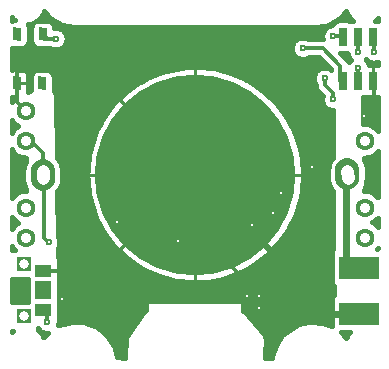
<source format=gbr>
G04 DipTrace 3.2.0.1*
G04 Íèæíèé.gbr*
%MOIN*%
G04 #@! TF.FileFunction,Copper,L2,Bot*
G04 #@! TF.Part,Single*
%AMOUTLINE3*
4,1,4,
0.014735,-0.029542,
-0.014794,-0.029513,
-0.014735,0.029542,
0.014794,0.029513,
0.014735,-0.029542,
0*%
%AMOUTLINE15*
4,1,16,
-0.041319,-0.011881,
-0.037196,-0.02981,
-0.025701,-0.044175,
-0.009112,-0.052129,
0.009286,-0.052097,
0.025848,-0.044088,
0.037294,-0.029685,
0.041358,-0.011741,
0.041319,0.011881,
0.037196,0.02981,
0.025701,0.044175,
0.009112,0.052129,
-0.009286,0.052097,
-0.025848,0.044088,
-0.037294,0.029685,
-0.041358,0.011741,
-0.041319,-0.011881,
0*%
%AMOUTLINE18*
4,1,4,
0.013953,0.021542,
0.013606,-0.021762,
-0.013953,-0.021542,
-0.013606,0.021762,
0.013953,0.021542,
0*%
%ADD15C,0.011811*%
%ADD33C,0.035433*%
%ADD34C,0.031496*%
%ADD35C,0.043307*%
G04 #@! TA.AperFunction,CopperBalancing*
%ADD10C,0.009843*%
G04 #@! TA.AperFunction,ViaPad*
%ADD18C,0.023622*%
G04 #@! TA.AperFunction,CopperBalancing*
%ADD19C,0.015748*%
%ADD21R,0.133858X0.074803*%
G04 #@! TA.AperFunction,ComponentPad*
%ADD22C,0.062992*%
%ADD23C,0.062992*%
%ADD26R,0.047244X0.047244*%
%ADD27R,0.055118X0.059055*%
%ADD28R,0.055118X0.043307*%
%ADD29C,0.669291*%
%ADD63OUTLINE3*%
G04 #@! TA.AperFunction,ComponentPad*
%ADD75OUTLINE15*%
%ADD78OUTLINE18*%
%FSLAX26Y26*%
G04*
G70*
G90*
G75*
G01*
G04 Bottom*
%LPD*%
X431534Y320801D2*
D15*
Y299218D1*
X458748Y272004D1*
Y251669D1*
X458940Y251478D1*
X460089Y461832D2*
X491634D1*
X493378Y460088D1*
X358621Y420598D2*
X426852D1*
X484462Y362988D1*
Y311663D1*
X493232D1*
X543394Y409802D2*
Y470272D1*
X540545Y473121D1*
Y462871D1*
X543378Y460038D1*
X543906Y356911D2*
Y312286D1*
X543234Y311614D1*
X545906Y-310280D2*
D18*
X504348D1*
Y20499D1*
X507873Y16974D1*
Y852D1*
X595969Y409114D2*
D15*
Y457400D1*
X593379Y459990D1*
X562346Y194765D2*
Y234257D1*
X594685Y266596D1*
Y310112D1*
X593232Y311564D1*
X190810Y-166601D2*
X166601D1*
X0Y0D1*
X545906Y-463823D2*
D18*
X444560D1*
X413043Y-432306D1*
Y-413043D1*
X0Y0D1*
X-594156Y304475D2*
D15*
Y358948D1*
X-567193Y385911D1*
X-385911D1*
X0Y0D1*
X-594156Y304475D2*
Y241400D1*
X-564961Y212205D1*
X-505906Y-320866D2*
X-442453D1*
X-320866D1*
X0Y0D1*
X-442453Y-415308D2*
Y-320866D1*
X212079Y-445255D2*
Y-404841D1*
Y-397900D1*
X106852Y-292673D1*
Y-106852D1*
X0Y0D1*
X-261619Y-157328D2*
X-157328D1*
X0Y0D1*
X-57104Y-221948D2*
Y-57104D1*
X0Y0D1*
X212615Y-405378D2*
X212079Y-404841D1*
X-492345Y-492186D2*
Y-464348D1*
X-505906Y-450787D1*
X-464615Y453630D2*
X-494657D1*
X-508206Y467178D1*
X-507873Y-850D2*
Y72979D1*
X-547098Y112205D1*
X-563386D1*
X-488348Y-225747D2*
X-489604D1*
X-504472Y-210878D1*
Y-4251D1*
X-507873Y-850D1*
D18*
X460089Y461832D3*
X-464615Y453630D3*
X-492345Y-492186D3*
X-261619Y-157328D3*
X-57104Y-221948D3*
X543394Y409802D3*
X595969Y409114D3*
X358621Y420598D3*
X543906Y356911D3*
X-488348Y-225747D3*
X562346Y194765D3*
X-442453Y-415308D3*
X212079Y-445255D3*
X190810Y-166601D3*
X260055Y-128097D3*
X284731Y-60507D3*
X388848Y25268D3*
X212615Y-405378D3*
X173818Y-405744D3*
X458940Y251478D3*
X431534Y320801D3*
X-506940Y535235D2*
D19*
X-498228D1*
X496690D2*
X506920D1*
X-518320Y519618D2*
X-481761D1*
X480020D2*
X518301D1*
X-473844Y504001D2*
X-454602D1*
X-553076Y488385D2*
X-547627D1*
X-453421D2*
X434117D1*
X-553199Y472768D2*
X-547783D1*
X-432475D2*
X424151D1*
X-553323Y457151D2*
X-547887D1*
X-427154D2*
X422766D1*
X-553845Y441534D2*
X-547634D1*
X-429060D2*
X327694D1*
X-564210Y425917D2*
X-537864D1*
X-439949D2*
X321388D1*
X-610039Y410301D2*
X322496D1*
X-610039Y394684D2*
X331970D1*
X496997D2*
X509073D1*
X-610039Y379067D2*
X424151D1*
X-610039Y363450D2*
X439776D1*
X-568025Y347833D2*
X-534295D1*
X-484917D2*
X-89997D1*
X90009D2*
X406096D1*
X-555168Y332217D2*
X-548013D1*
X-470738D2*
X-137365D1*
X137377D2*
X395761D1*
X-554461Y316600D2*
X-548990D1*
X-469815D2*
X-170614D1*
X170594D2*
X394131D1*
X-554583Y300983D2*
X-549164D1*
X-469937D2*
X-197066D1*
X197077D2*
X399790D1*
X-554706Y285366D2*
X-549280D1*
X-470060D2*
X-219243D1*
X219223D2*
X403173D1*
X-463756Y269749D2*
X-238312D1*
X238293D2*
X416769D1*
X-610039Y254133D2*
X-603264D1*
X-460833D2*
X-255014D1*
X254995D2*
X421413D1*
X561005D2*
X607898D1*
X-460680Y238516D2*
X-269747D1*
X269759D2*
X423720D1*
X561159D2*
X607898D1*
X-460495Y222899D2*
X-282850D1*
X282861D2*
X435378D1*
X561312D2*
X607867D1*
X-460341Y207282D2*
X-294568D1*
X294550D2*
X456508D1*
X561497D2*
X607867D1*
X-460188Y191665D2*
X-304996D1*
X305007D2*
X456539D1*
X561651D2*
X607867D1*
X-460003Y176049D2*
X-314315D1*
X314327D2*
X456600D1*
X561835D2*
X607837D1*
X-610039Y160432D2*
X-592920D1*
X-459849D2*
X-322619D1*
X322631D2*
X456631D1*
X594500D2*
X607837D1*
X-459664Y144815D2*
X-329971D1*
X329951D2*
X456661D1*
X-459510Y129198D2*
X-336399D1*
X336411D2*
X456723D1*
X-459327Y113581D2*
X-342028D1*
X342039D2*
X456755D1*
X-459172Y97965D2*
X-346857D1*
X346837D2*
X456785D1*
X-458988Y82348D2*
X-350886D1*
X350898D2*
X456846D1*
X-610039Y66731D2*
X-597196D1*
X-458835D2*
X-354209D1*
X354219D2*
X456877D1*
X598776D2*
X607776D1*
X-610039Y51114D2*
X-564807D1*
X-455759D2*
X-356823D1*
X356803D2*
X454386D1*
X563157D2*
X607776D1*
X-610039Y35497D2*
X-570067D1*
X-445762D2*
X-358698D1*
X358710D2*
X445251D1*
X570417D2*
X607776D1*
X-610039Y19881D2*
X-573635D1*
X-442133D2*
X-359929D1*
X359909D2*
X441714D1*
X574016D2*
X607776D1*
X-610039Y4264D2*
X-575050D1*
X-440718D2*
X-360451D1*
X360433D2*
X440698D1*
X575030D2*
X607744D1*
X-610039Y-11353D2*
X-575018D1*
X-440686D2*
X-360298D1*
X360280D2*
X440730D1*
X575062D2*
X607744D1*
X-610039Y-26970D2*
X-572374D1*
X-443332D2*
X-359467D1*
X359449D2*
X443774D1*
X572016D2*
X607744D1*
X-610039Y-42587D2*
X-567760D1*
X-447946D2*
X-357929D1*
X357941D2*
X449034D1*
X566726D2*
X607714D1*
X-610039Y-58203D2*
X-587537D1*
X-457480D2*
X-355715D1*
X355727D2*
X457215D1*
X587549D2*
X607714D1*
X-457327Y-73820D2*
X-352793D1*
X352804D2*
X457247D1*
X-457173Y-89437D2*
X-349164D1*
X349144D2*
X457307D1*
X-456988Y-105054D2*
X-344765D1*
X344747D2*
X457339D1*
X-456835Y-120671D2*
X-339567D1*
X339579D2*
X457400D1*
X-456650Y-136287D2*
X-333600D1*
X333581D2*
X457430D1*
X-610039Y-151904D2*
X-603142D1*
X-456496D2*
X-326741D1*
X326753D2*
X457462D1*
X-610039Y-167521D2*
X-601236D1*
X-456312D2*
X-318991D1*
X318971D2*
X457524D1*
X-456157Y-183138D2*
X-310224D1*
X310236D2*
X457554D1*
X-455974Y-198755D2*
X-300412D1*
X300424D2*
X457584D1*
X-452559Y-214371D2*
X-289402D1*
X289413D2*
X457646D1*
X-450961Y-229988D2*
X-277098D1*
X277110D2*
X457677D1*
X-455482Y-245605D2*
X-263287D1*
X263269D2*
X457707D1*
X-455328Y-261222D2*
X-247693D1*
X247675D2*
X453155D1*
X-452529Y-276839D2*
X-229976D1*
X229988D2*
X453155D1*
X-452529Y-292455D2*
X-209615D1*
X209596D2*
X453155D1*
X-452529Y-308072D2*
X-185685D1*
X185697D2*
X453155D1*
X-452529Y-323689D2*
X-156589D1*
X156600D2*
X453155D1*
X-452529Y-339306D2*
X-118541D1*
X118522D2*
X453155D1*
X-610039Y-354923D2*
X-559302D1*
X-452529D2*
X-54841D1*
X54853D2*
X453155D1*
X-610039Y-370539D2*
X-559302D1*
X-452529D2*
X453155D1*
X-610039Y-386156D2*
X-559302D1*
X-452529D2*
X461337D1*
X-610039Y-401773D2*
X-559302D1*
X-452529D2*
X461337D1*
X-610039Y-417390D2*
X-559302D1*
X-452529D2*
X453155D1*
X-452529Y-433007D2*
X-163816D1*
X162168D2*
X453155D1*
X-452529Y-448623D2*
X-163816D1*
X162168D2*
X453155D1*
X-452529Y-464240D2*
X-177381D1*
X174224D2*
X453155D1*
X-452529Y-479857D2*
X-188546D1*
X187635D2*
X453155D1*
X-452529Y-495474D2*
X-426612D1*
X-357056D2*
X-199681D1*
X201076D2*
X356945D1*
X429823D2*
X453155D1*
X-321807Y-511091D2*
X-210845D1*
X214487D2*
X320220D1*
X-512199Y-526707D2*
X-504346D1*
X-303353D2*
X-222010D1*
X227898D2*
X299643D1*
X490108D2*
X512180D1*
X-287420Y-542324D2*
X-231976D1*
X236079D2*
X284479D1*
X-276471Y-557941D2*
X-233483D1*
X236017D2*
X273929D1*
X-266535Y-573558D2*
X-233730D1*
X235710D2*
X265840D1*
X-262722Y-589175D2*
X-233975D1*
X235402D2*
X259319D1*
X-258877Y-604791D2*
X-234222D1*
X235063D2*
X255535D1*
X462904Y-371933D2*
X454724D1*
Y-248626D1*
X459307D1*
X458778Y-52919D1*
X450610Y-42577D1*
X448727Y-39272D1*
X447382Y-35703D1*
X442566Y-14593D1*
X442289Y-3196D1*
X442335Y14455D1*
X444601Y25630D1*
X447419Y37734D1*
X448831Y41268D1*
X450781Y44543D1*
X458500Y54319D1*
X458056Y215412D1*
X453299Y215858D1*
X447797Y217180D1*
X442568Y219345D1*
X437743Y222302D1*
X433440Y225978D1*
X429765Y230280D1*
X426808Y235105D1*
X424642Y240333D1*
X423322Y245836D1*
X422877Y251478D1*
X423322Y257119D1*
X424869Y263234D1*
X408601Y279633D1*
X405820Y283461D1*
X403672Y287677D1*
X402209Y292178D1*
X401469Y296852D1*
X401377Y299228D1*
X400785Y301957D1*
X398215Y306999D1*
X396467Y312381D1*
X395581Y317971D1*
Y323630D1*
X396467Y329219D1*
X398215Y334601D1*
X400785Y339643D1*
X404112Y344220D1*
X408113Y348223D1*
X412690Y351549D1*
X417734Y354118D1*
X423115Y355866D1*
X428705Y356752D1*
X434364D1*
X439953Y355866D1*
X445335Y354118D1*
X450377Y351549D1*
X454303Y348736D1*
X452001Y352799D1*
X414354Y390448D1*
X378408Y390441D1*
X372423Y387281D1*
X367039Y385533D1*
X361450Y384647D1*
X355791D1*
X350202Y385533D1*
X344820Y387281D1*
X339778Y389850D1*
X335201Y393176D1*
X331198Y397178D1*
X327873Y401756D1*
X325303Y406798D1*
X323555Y412180D1*
X322669Y417769D1*
Y423428D1*
X323555Y429017D1*
X325303Y434400D1*
X327873Y439442D1*
X331198Y444020D1*
X335201Y448021D1*
X339778Y451348D1*
X344820Y453917D1*
X350202Y455665D1*
X355791Y456551D1*
X361450D1*
X367039Y455665D1*
X372423Y453917D1*
X377465Y451348D1*
X378356Y450752D1*
X425768Y450756D1*
X424470Y456190D1*
X424026Y461832D1*
X424470Y467474D1*
X425791Y472976D1*
X427957Y478205D1*
X430913Y483029D1*
X434589Y487332D1*
X438892Y491008D1*
X443717Y493965D1*
X448945Y496130D1*
X454448Y497451D1*
X455732Y497604D1*
X457978Y502322D1*
X460217Y505399D1*
X462911Y508087D1*
X465992Y510320D1*
X469385Y512045D1*
X473004Y513218D1*
X476764Y513810D1*
X508196Y513853D1*
X511990Y513551D1*
X515689Y512659D1*
X517482Y511995D1*
X519385D1*
X523004Y513168D1*
X524881Y513538D1*
X523276Y516490D1*
X516490Y523276D1*
X510849Y531039D1*
X506492Y539589D1*
X504224Y546243D1*
X485919Y524320D1*
X471402Y515297D1*
X444234Y498777D1*
X434710Y497020D1*
X396492Y490924D1*
X-399041Y491021D1*
X-443050Y498457D1*
X-451306Y503020D1*
X-483664Y521795D1*
X-504930Y543815D1*
X-508503Y535228D1*
X-513517Y527046D1*
X-519749Y519749D1*
X-527046Y513517D1*
X-529122Y512066D1*
X-525415Y512924D1*
X-521618Y513192D1*
X-492157Y512882D1*
X-488403Y512256D1*
X-484794Y511051D1*
X-481416Y509297D1*
X-478356Y507035D1*
X-475686Y504323D1*
X-473474Y501226D1*
X-471774Y497822D1*
X-470627Y494193D1*
X-470062Y490423D1*
X-467445Y489581D1*
X-461786D1*
X-456197Y488697D1*
X-450815Y486948D1*
X-445773Y484379D1*
X-441194Y481052D1*
X-437193Y477051D1*
X-433866Y472472D1*
X-431298Y467430D1*
X-429549Y462049D1*
X-428664Y456459D1*
Y450801D1*
X-429549Y445211D1*
X-431298Y439829D1*
X-433866Y434787D1*
X-437193Y430209D1*
X-441194Y426207D1*
X-445773Y422881D1*
X-450815Y420312D1*
X-456197Y418563D1*
X-461786Y417678D1*
X-467445D1*
X-473034Y418563D1*
X-478416Y420312D1*
X-483458Y422881D1*
X-484314Y423453D1*
X-489127Y421790D1*
X-492890Y421224D1*
X-522353Y421386D1*
X-526144Y421714D1*
X-529837Y422633D1*
X-533341Y424117D1*
X-536571Y426131D1*
X-539444Y428626D1*
X-541892Y431539D1*
X-543854Y434799D1*
X-545283Y438327D1*
X-546142Y442034D1*
X-546409Y445831D1*
X-545974Y491037D1*
X-545348Y494791D1*
X-544143Y498400D1*
X-542388Y501778D1*
X-540127Y504839D1*
X-538818Y506231D1*
X-539589Y506492D1*
X-548715Y503528D1*
X-558176Y502028D1*
X-556417Y498499D1*
X-555270Y494870D1*
X-554705Y491108D1*
X-554992Y445899D1*
X-555320Y442108D1*
X-556239Y438415D1*
X-557723Y434911D1*
X-559738Y431681D1*
X-562232Y428807D1*
X-565146Y426360D1*
X-568406Y424398D1*
X-571933Y422969D1*
X-575640Y422110D1*
X-579437Y421843D1*
X-608898Y422152D1*
X-610794Y422392D1*
X-611630Y417080D1*
Y350181D1*
X-607568Y350488D1*
X-577168Y350079D1*
X-572567Y349035D1*
X-568256Y347122D1*
X-564396Y344411D1*
X-561135Y341003D1*
X-558594Y337028D1*
X-556873Y332636D1*
X-556031Y327995D1*
X-556066Y311651D1*
X-556528Y279379D1*
X-557630Y274787D1*
X-553807Y277929D1*
X-550562Y279917D1*
X-548825Y280717D1*
X-547718Y282450D1*
X-547281Y327656D1*
X-546655Y331411D1*
X-545450Y335020D1*
X-543696Y338398D1*
X-541434Y341458D1*
X-538722Y344127D1*
X-535625Y346340D1*
X-532220Y348039D1*
X-528592Y349186D1*
X-524829Y349752D1*
X-495366Y349592D1*
X-491575Y349262D1*
X-487882Y348344D1*
X-484378Y346860D1*
X-481148Y344845D1*
X-478274Y342350D1*
X-475827Y339437D1*
X-473865Y336177D1*
X-472436Y332650D1*
X-471577Y328942D1*
X-471310Y325139D1*
X-471745Y279940D1*
X-471986Y278043D1*
X-468274Y274059D1*
X-466038Y270980D1*
X-464310Y267589D1*
X-463134Y263970D1*
X-462538Y260203D1*
X-460280Y54810D1*
X-450610Y42580D1*
X-448727Y39273D1*
X-447382Y35705D1*
X-442566Y14594D1*
X-442289Y3197D1*
X-442333Y-14454D1*
X-444601Y-25629D1*
X-447419Y-37732D1*
X-448829Y-41266D1*
X-450781Y-44542D1*
X-459113Y-55088D1*
X-457471Y-207109D1*
X-455030Y-211946D1*
X-453281Y-217328D1*
X-452396Y-222917D1*
Y-228576D1*
X-453281Y-234165D1*
X-455030Y-239547D1*
X-457075Y-243654D1*
X-456753Y-274087D1*
X-455354Y-274961D1*
X-454094D1*
Y-496693D1*
X-456585D1*
X-457684Y-502042D1*
X-455346Y-500554D1*
X-453571Y-500025D1*
X-408541Y-492871D1*
X-365839Y-492744D1*
X-364054Y-493240D1*
X-325871Y-509112D1*
X-306836Y-525092D1*
X-292555Y-537302D1*
X-268871Y-571235D1*
X-266425Y-580458D1*
X-259297Y-609524D1*
X-232265Y-609606D1*
X-232665Y-605340D1*
X-231671Y-548083D1*
X-231014Y-544335D1*
X-229781Y-540735D1*
X-227995Y-537366D1*
X-172894Y-460293D1*
X-170224Y-457580D1*
X-167164Y-455319D1*
X-162227Y-452566D1*
X-162130Y-427711D1*
X-161369Y-425369D1*
X-159921Y-423375D1*
X-157928Y-421928D1*
X-155585Y-421167D1*
X-130731Y-421070D1*
X153966Y-421167D1*
X156308Y-421928D1*
X158302Y-423375D1*
X159749Y-425369D1*
X160510Y-427711D1*
X160608Y-453765D1*
X164948Y-456274D1*
X167846Y-458751D1*
X229196Y-530055D1*
X231370Y-533178D1*
X233029Y-536604D1*
X234131Y-540245D1*
X234651Y-544016D1*
X233475Y-605875D1*
X233098Y-609671D1*
X238483Y-610639D1*
X256231Y-610678D1*
X258738Y-594445D1*
X271639Y-563655D1*
X291130Y-535001D1*
X318205Y-512940D1*
X346407Y-499190D1*
X377525Y-489783D1*
X387087Y-490354D1*
X422052Y-493227D1*
X454744Y-505329D1*
X454724Y-402169D1*
X462924D1*
X462920Y-371950D1*
X514701Y-525476D2*
X487535Y-525651D1*
X504235Y-546050D1*
X506492Y-539589D1*
X510849Y-531039D1*
X514760Y-525470D1*
X-599306Y513807D2*
X-606235Y519749D1*
X-611619Y525971D1*
X-611630Y513303D1*
X-608165Y513810D1*
X-599341Y513814D1*
X609622Y523437D2*
X606235Y519749D1*
X599248Y513761D1*
X608205Y513755D1*
X609617Y514556D1*
X609622Y523433D1*
X-611619Y-525971D2*
X-606757Y-520314D1*
X-611605Y-520315D1*
X-522986Y-516757D2*
X-516490Y-523276D1*
X-510849Y-531039D1*
X-506492Y-539589D1*
X-505551Y-542140D1*
X-504541Y-540904D1*
X-491262Y-528227D1*
X-495175Y-528138D1*
X-500764Y-527253D1*
X-506146Y-525504D1*
X-511188Y-522936D1*
X-515766Y-519609D1*
X-519768Y-515608D1*
X-522990Y-511185D1*
X507505Y406294D2*
X483798Y406318D1*
X507394Y382575D1*
X510176Y378745D1*
X512327Y374521D1*
X516483Y380332D1*
X519144Y383094D1*
X515971Y386381D1*
X512644Y390959D1*
X510076Y396001D1*
X508327Y401383D1*
X507521Y406302D1*
X607912Y257770D2*
X575571Y257970D1*
X570963Y258980D1*
X569476Y259516D1*
X567227Y259657D1*
X563606Y258484D1*
X559840Y257892D1*
X559420Y253881D1*
X560344Y167732D1*
X564961Y167953D1*
X573681Y167266D1*
X582188Y165224D1*
X590270Y161877D1*
X597728Y157306D1*
X604381Y151625D1*
X609416Y145791D1*
X609472Y257820D1*
X608236Y257772D1*
X578970Y365358D2*
X609331Y365294D1*
X609539Y375685D1*
X604387Y374047D1*
X598798Y373163D1*
X593139D1*
X587550Y374047D1*
X582168Y375797D1*
X577126Y378365D1*
X572547Y381692D1*
X569379Y384791D1*
X568155Y383618D1*
X571328Y380332D1*
X574655Y375753D1*
X577223Y370711D1*
X578963Y365361D1*
X609192Y-245713D2*
X606547Y-248622D1*
X590339Y-159476D2*
X595664Y-162310D1*
X602741Y-167451D1*
X608927Y-173636D1*
X609234Y-174026D1*
X609244Y-143693D1*
X604381Y-149262D1*
X597728Y-154944D1*
X590374Y-159455D1*
X562722Y-54182D2*
X569335Y-54266D1*
X577975Y-55635D1*
X586294Y-58339D1*
X594089Y-62310D1*
X601167Y-67451D1*
X607352Y-73636D1*
X609283Y-75995D1*
X609370Y78503D1*
X604381Y72785D1*
X597728Y67104D1*
X590270Y62533D1*
X582188Y59185D1*
X573681Y57143D1*
X564961Y56457D1*
X561526Y56592D1*
X561619Y48768D1*
X565135Y44282D1*
X567018Y40975D1*
X568364Y37407D1*
X573180Y16297D1*
X573457Y4899D1*
X573412Y-12752D1*
X571144Y-23927D1*
X568327Y-36030D1*
X566916Y-39564D1*
X564965Y-42840D1*
X562723Y-54142D1*
X-600558Y-251340D2*
X-605777Y-246049D1*
X-610919Y-238971D1*
X-611629Y-237702D1*
X-611630Y-251319D1*
X-600623Y-251339D1*
X-611629Y-181983D2*
X-608487Y-177075D1*
X-602806Y-170423D1*
X-596154Y-164741D1*
X-588799Y-160230D1*
X-594089Y-157375D1*
X-601167Y-152234D1*
X-607352Y-146049D1*
X-611629Y-140265D1*
X-611630Y-181929D1*
X-611629Y-79420D2*
X-607352Y-73636D1*
X-601167Y-67451D1*
X-594089Y-62310D1*
X-586294Y-58339D1*
X-577975Y-55635D1*
X-569335Y-54266D1*
X-562962Y-54173D1*
X-562983Y-47062D1*
X-566142Y-42664D1*
X-567760Y-39219D1*
X-570469Y-28423D1*
X-573180Y-16295D1*
X-573457Y-4898D1*
X-573411Y12753D1*
X-571144Y23928D1*
X-568327Y36031D1*
X-566915Y39566D1*
X-564965Y42841D1*
X-563244Y49857D1*
X-563386Y56457D1*
X-572106Y57143D1*
X-580613Y59185D1*
X-588696Y62533D1*
X-596154Y67104D1*
X-602806Y72785D1*
X-608487Y79437D1*
X-611629Y84345D1*
X-611630Y-79322D1*
X-611629Y140064D2*
X-608487Y144972D1*
X-602806Y151625D1*
X-596154Y157306D1*
X-588799Y161818D1*
X-593997Y164615D1*
X-599177Y168193D1*
X-603923Y172332D1*
X-608169Y176979D1*
X-611631Y181722D1*
X-611630Y140167D1*
X-611627Y242694D2*
X-607592Y248127D1*
X-603269Y252706D1*
X-598458Y256766D1*
X-595894Y258584D1*
X-611151Y258873D1*
X-611630Y251726D1*
Y242714D1*
X-557718Y-347087D2*
X-611605D1*
X-611630Y-424547D1*
X-557686Y-424567D1*
X-557717Y-347056D1*
X358894Y-1575D2*
X358400Y-18888D1*
X357071Y-36159D1*
X354911Y-53345D1*
X351924Y-70407D1*
X348117Y-87304D1*
X343500Y-103999D1*
X338081Y-120450D1*
X331877Y-136622D1*
X324898Y-152475D1*
X317163Y-167974D1*
X308689Y-183080D1*
X299496Y-197761D1*
X289606Y-211980D1*
X279041Y-225706D1*
X267827Y-238907D1*
X255988Y-251551D1*
X243552Y-263609D1*
X230550Y-275052D1*
X217012Y-285856D1*
X202966Y-295993D1*
X188449Y-305441D1*
X173492Y-314178D1*
X158133Y-322182D1*
X142403Y-329437D1*
X126343Y-335924D1*
X109988Y-341629D1*
X93377Y-346538D1*
X76549Y-350639D1*
X59542Y-353924D1*
X42396Y-356385D1*
X25152Y-358016D1*
X7849Y-358812D1*
X-9472Y-358773D1*
X-26772Y-357898D1*
X-44008Y-356189D1*
X-61142Y-353651D1*
X-78134Y-350289D1*
X-94944Y-346112D1*
X-111533Y-341127D1*
X-127861Y-335349D1*
X-143892Y-328790D1*
X-159588Y-321465D1*
X-174912Y-313390D1*
X-189829Y-304585D1*
X-204303Y-295072D1*
X-218302Y-284871D1*
X-231793Y-274007D1*
X-244743Y-262504D1*
X-257123Y-250390D1*
X-268904Y-237693D1*
X-280059Y-224442D1*
X-290562Y-210668D1*
X-300388Y-196404D1*
X-309514Y-181682D1*
X-317920Y-166537D1*
X-325584Y-151004D1*
X-332491Y-135119D1*
X-338623Y-118920D1*
X-343966Y-102444D1*
X-348508Y-85728D1*
X-352239Y-68814D1*
X-355148Y-51739D1*
X-357231Y-34543D1*
X-358482Y-17268D1*
X-358898Y49D1*
X-358478Y17365D1*
X-357222Y34640D1*
X-355135Y51836D1*
X-352220Y68909D1*
X-348486Y85823D1*
X-343938Y102537D1*
X-338591Y119012D1*
X-332454Y135210D1*
X-325543Y151093D1*
X-317874Y166623D1*
X-309465Y181766D1*
X-300335Y196486D1*
X-290505Y210747D1*
X-279999Y224518D1*
X-268840Y237766D1*
X-257055Y250461D1*
X-244672Y262571D1*
X-231718Y274070D1*
X-218224Y284930D1*
X-204223Y295127D1*
X-189745Y304638D1*
X-174827Y313437D1*
X-159500Y321508D1*
X-143803Y328828D1*
X-127770Y335385D1*
X-111440Y341157D1*
X-94849Y346138D1*
X-78038Y350311D1*
X-61046Y353668D1*
X-43911Y356201D1*
X-26673Y357906D1*
X-9374Y358776D1*
X7946Y358810D1*
X25249Y358008D1*
X42493Y356373D1*
X59638Y353908D1*
X76644Y350618D1*
X93471Y346512D1*
X110081Y341598D1*
X126434Y335890D1*
X142493Y329399D1*
X158219Y322139D1*
X173579Y314131D1*
X188533Y305390D1*
X203047Y295938D1*
X217089Y285797D1*
X230626Y274990D1*
X243625Y263542D1*
X256056Y251482D1*
X267891Y238835D1*
X279102Y225631D1*
X289664Y211902D1*
X299550Y197680D1*
X308739Y182996D1*
X317209Y167887D1*
X324940Y152387D1*
X331913Y136531D1*
X338114Y120358D1*
X343528Y103906D1*
X348140Y87210D1*
X351944Y70311D1*
X354925Y53248D1*
X357081Y36062D1*
X358406Y18791D1*
X358895Y1478D1*
X358894Y-1575D1*
X454755Y-463823D2*
D10*
X545906D1*
X593232Y365343D2*
Y257786D1*
X-505906Y-320866D2*
X-454125D1*
X0Y358867D2*
Y-358867D1*
X-358867Y0D2*
X358867D1*
X-594156Y350412D2*
Y258600D1*
Y304475D2*
X-556152D1*
D21*
X545906Y-310280D3*
Y-463823D3*
D63*
X593379Y459990D3*
X543378Y460038D3*
X493378Y460088D3*
X593232Y311564D3*
X543234Y311614D3*
X493232Y311663D3*
D22*
X566535Y-209843D3*
D23*
X564961Y-109843D3*
D22*
X-563386Y-209843D3*
D23*
X-564961Y-109843D3*
D22*
X-563386Y112205D3*
D23*
X-564961Y212205D3*
D26*
X-570866Y-299213D3*
Y-472441D3*
D27*
X-505906Y-385827D3*
D28*
Y-320866D3*
Y-450787D3*
D75*
X507873Y852D3*
X-507873Y-850D3*
D29*
X0Y0D3*
D78*
X-509513Y303798D3*
X-594156Y304475D3*
X-508206Y467178D3*
X-592849Y467856D3*
D22*
X564961Y112205D3*
G04 Bottom Clear*
%LPC*%
D15*
X460089Y461832D3*
X-464615Y453630D3*
X-492345Y-492186D3*
X-261619Y-157328D3*
X-57104Y-221948D3*
X543394Y409802D3*
X595969Y409114D3*
X358621Y420598D3*
X543906Y356911D3*
X-488348Y-225747D3*
X562346Y194765D3*
X-442453Y-415308D3*
X212079Y-445255D3*
X190810Y-166601D3*
X260055Y-128097D3*
X284731Y-60507D3*
X388848Y25268D3*
X212615Y-405378D3*
X173818Y-405744D3*
X458940Y251478D3*
X431534Y320801D3*
D33*
X566535Y-209843D3*
X564961Y-109843D3*
X-563386Y-209843D3*
X-564961Y-109843D3*
X-563386Y112205D3*
X-564961Y212205D3*
D34*
X-570866Y-299213D3*
Y-472441D3*
X507853Y12663D2*
D35*
X507892Y-10959D1*
X-507892Y10961D2*
X-507853Y-12661D1*
D33*
X564961Y112205D3*
M02*

</source>
